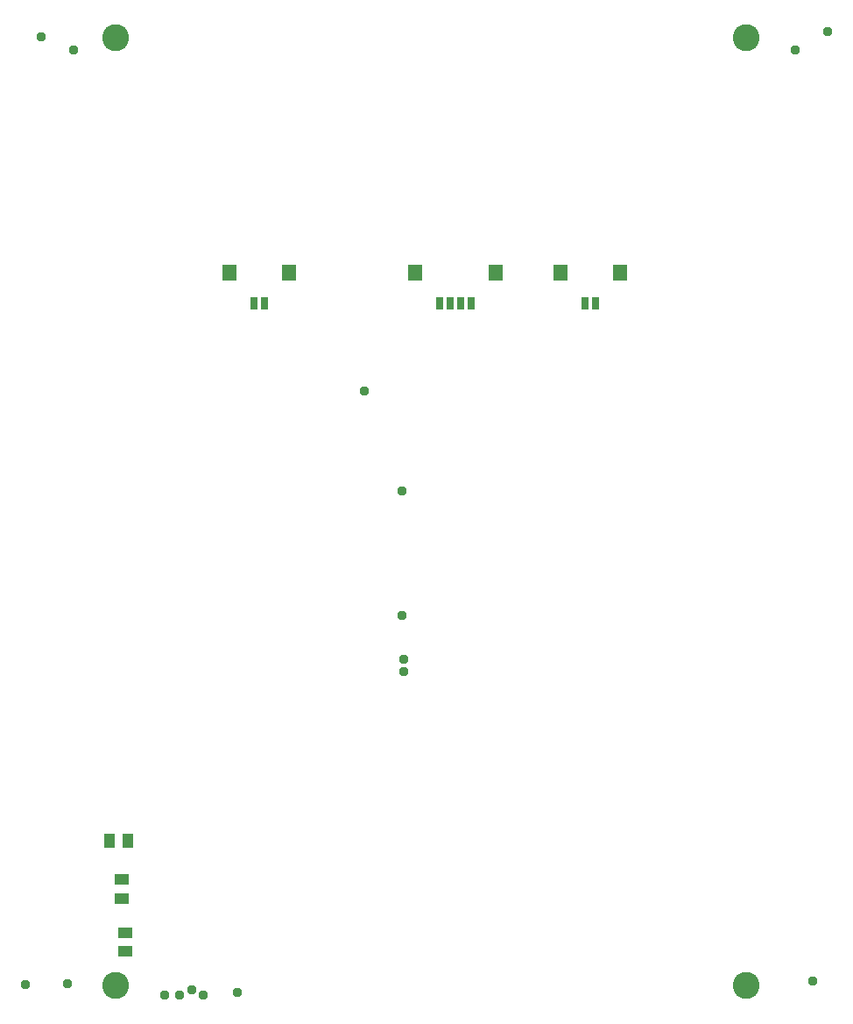
<source format=gbr>
G04 EAGLE Gerber RS-274X export*
G75*
%MOMM*%
%FSLAX34Y34*%
%LPD*%
%INSoldermask Bottom*%
%IPPOS*%
%AMOC8*
5,1,8,0,0,1.08239X$1,22.5*%
G01*
%ADD10C,2.603200*%
%ADD11R,1.463200X1.503200*%
%ADD12R,0.753200X1.203200*%
%ADD13R,1.003200X1.403200*%
%ADD14R,1.403200X1.003200*%
%ADD15C,0.959600*%


D10*
X107100Y940500D03*
X717100Y940500D03*
X107100Y24500D03*
X717100Y24500D03*
D11*
X594750Y713550D03*
X537250Y713550D03*
D12*
X561000Y683650D03*
X571000Y683650D03*
X421000Y683650D03*
X431000Y683650D03*
X441000Y683650D03*
X451000Y683650D03*
D11*
X474750Y713550D03*
X397250Y713550D03*
X274750Y713550D03*
X217250Y713550D03*
D12*
X241000Y683650D03*
X251000Y683650D03*
D13*
X119000Y165000D03*
X101000Y165000D03*
D14*
X117000Y76000D03*
X117000Y58000D03*
X113000Y127000D03*
X113000Y109000D03*
D15*
X155000Y16000D03*
X169000Y16000D03*
X386000Y328000D03*
X386000Y340000D03*
X192000Y16000D03*
X225000Y18000D03*
X181000Y21000D03*
X348000Y599000D03*
X781000Y29000D03*
X796000Y946000D03*
X35000Y941000D03*
X384000Y382000D03*
X384000Y502000D03*
X67000Y928000D03*
X764000Y928000D03*
X20000Y26000D03*
X61000Y27000D03*
M02*

</source>
